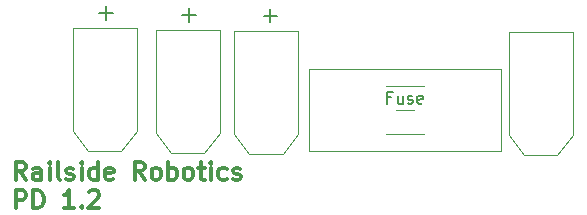
<source format=gbr>
%TF.GenerationSoftware,KiCad,Pcbnew,8.0.5*%
%TF.CreationDate,2024-12-04T12:21:55-05:00*%
%TF.ProjectId,RailsidePDB,5261696c-7369-4646-9550-44422e6b6963,rev?*%
%TF.SameCoordinates,Original*%
%TF.FileFunction,Legend,Top*%
%TF.FilePolarity,Positive*%
%FSLAX46Y46*%
G04 Gerber Fmt 4.6, Leading zero omitted, Abs format (unit mm)*
G04 Created by KiCad (PCBNEW 8.0.5) date 2024-12-04 12:21:55*
%MOMM*%
%LPD*%
G01*
G04 APERTURE LIST*
%ADD10C,0.300000*%
%ADD11C,0.150000*%
%ADD12C,0.120000*%
G04 APERTURE END LIST*
D10*
X64911653Y-80885912D02*
X64411653Y-80171626D01*
X64054510Y-80885912D02*
X64054510Y-79385912D01*
X64054510Y-79385912D02*
X64625939Y-79385912D01*
X64625939Y-79385912D02*
X64768796Y-79457341D01*
X64768796Y-79457341D02*
X64840225Y-79528769D01*
X64840225Y-79528769D02*
X64911653Y-79671626D01*
X64911653Y-79671626D02*
X64911653Y-79885912D01*
X64911653Y-79885912D02*
X64840225Y-80028769D01*
X64840225Y-80028769D02*
X64768796Y-80100198D01*
X64768796Y-80100198D02*
X64625939Y-80171626D01*
X64625939Y-80171626D02*
X64054510Y-80171626D01*
X66197368Y-80885912D02*
X66197368Y-80100198D01*
X66197368Y-80100198D02*
X66125939Y-79957341D01*
X66125939Y-79957341D02*
X65983082Y-79885912D01*
X65983082Y-79885912D02*
X65697368Y-79885912D01*
X65697368Y-79885912D02*
X65554510Y-79957341D01*
X66197368Y-80814484D02*
X66054510Y-80885912D01*
X66054510Y-80885912D02*
X65697368Y-80885912D01*
X65697368Y-80885912D02*
X65554510Y-80814484D01*
X65554510Y-80814484D02*
X65483082Y-80671626D01*
X65483082Y-80671626D02*
X65483082Y-80528769D01*
X65483082Y-80528769D02*
X65554510Y-80385912D01*
X65554510Y-80385912D02*
X65697368Y-80314484D01*
X65697368Y-80314484D02*
X66054510Y-80314484D01*
X66054510Y-80314484D02*
X66197368Y-80243055D01*
X66911653Y-80885912D02*
X66911653Y-79885912D01*
X66911653Y-79385912D02*
X66840225Y-79457341D01*
X66840225Y-79457341D02*
X66911653Y-79528769D01*
X66911653Y-79528769D02*
X66983082Y-79457341D01*
X66983082Y-79457341D02*
X66911653Y-79385912D01*
X66911653Y-79385912D02*
X66911653Y-79528769D01*
X67840225Y-80885912D02*
X67697368Y-80814484D01*
X67697368Y-80814484D02*
X67625939Y-80671626D01*
X67625939Y-80671626D02*
X67625939Y-79385912D01*
X68340225Y-80814484D02*
X68483082Y-80885912D01*
X68483082Y-80885912D02*
X68768796Y-80885912D01*
X68768796Y-80885912D02*
X68911653Y-80814484D01*
X68911653Y-80814484D02*
X68983082Y-80671626D01*
X68983082Y-80671626D02*
X68983082Y-80600198D01*
X68983082Y-80600198D02*
X68911653Y-80457341D01*
X68911653Y-80457341D02*
X68768796Y-80385912D01*
X68768796Y-80385912D02*
X68554511Y-80385912D01*
X68554511Y-80385912D02*
X68411653Y-80314484D01*
X68411653Y-80314484D02*
X68340225Y-80171626D01*
X68340225Y-80171626D02*
X68340225Y-80100198D01*
X68340225Y-80100198D02*
X68411653Y-79957341D01*
X68411653Y-79957341D02*
X68554511Y-79885912D01*
X68554511Y-79885912D02*
X68768796Y-79885912D01*
X68768796Y-79885912D02*
X68911653Y-79957341D01*
X69625939Y-80885912D02*
X69625939Y-79885912D01*
X69625939Y-79385912D02*
X69554511Y-79457341D01*
X69554511Y-79457341D02*
X69625939Y-79528769D01*
X69625939Y-79528769D02*
X69697368Y-79457341D01*
X69697368Y-79457341D02*
X69625939Y-79385912D01*
X69625939Y-79385912D02*
X69625939Y-79528769D01*
X70983083Y-80885912D02*
X70983083Y-79385912D01*
X70983083Y-80814484D02*
X70840225Y-80885912D01*
X70840225Y-80885912D02*
X70554511Y-80885912D01*
X70554511Y-80885912D02*
X70411654Y-80814484D01*
X70411654Y-80814484D02*
X70340225Y-80743055D01*
X70340225Y-80743055D02*
X70268797Y-80600198D01*
X70268797Y-80600198D02*
X70268797Y-80171626D01*
X70268797Y-80171626D02*
X70340225Y-80028769D01*
X70340225Y-80028769D02*
X70411654Y-79957341D01*
X70411654Y-79957341D02*
X70554511Y-79885912D01*
X70554511Y-79885912D02*
X70840225Y-79885912D01*
X70840225Y-79885912D02*
X70983083Y-79957341D01*
X72268797Y-80814484D02*
X72125940Y-80885912D01*
X72125940Y-80885912D02*
X71840226Y-80885912D01*
X71840226Y-80885912D02*
X71697368Y-80814484D01*
X71697368Y-80814484D02*
X71625940Y-80671626D01*
X71625940Y-80671626D02*
X71625940Y-80100198D01*
X71625940Y-80100198D02*
X71697368Y-79957341D01*
X71697368Y-79957341D02*
X71840226Y-79885912D01*
X71840226Y-79885912D02*
X72125940Y-79885912D01*
X72125940Y-79885912D02*
X72268797Y-79957341D01*
X72268797Y-79957341D02*
X72340226Y-80100198D01*
X72340226Y-80100198D02*
X72340226Y-80243055D01*
X72340226Y-80243055D02*
X71625940Y-80385912D01*
X74983082Y-80885912D02*
X74483082Y-80171626D01*
X74125939Y-80885912D02*
X74125939Y-79385912D01*
X74125939Y-79385912D02*
X74697368Y-79385912D01*
X74697368Y-79385912D02*
X74840225Y-79457341D01*
X74840225Y-79457341D02*
X74911654Y-79528769D01*
X74911654Y-79528769D02*
X74983082Y-79671626D01*
X74983082Y-79671626D02*
X74983082Y-79885912D01*
X74983082Y-79885912D02*
X74911654Y-80028769D01*
X74911654Y-80028769D02*
X74840225Y-80100198D01*
X74840225Y-80100198D02*
X74697368Y-80171626D01*
X74697368Y-80171626D02*
X74125939Y-80171626D01*
X75840225Y-80885912D02*
X75697368Y-80814484D01*
X75697368Y-80814484D02*
X75625939Y-80743055D01*
X75625939Y-80743055D02*
X75554511Y-80600198D01*
X75554511Y-80600198D02*
X75554511Y-80171626D01*
X75554511Y-80171626D02*
X75625939Y-80028769D01*
X75625939Y-80028769D02*
X75697368Y-79957341D01*
X75697368Y-79957341D02*
X75840225Y-79885912D01*
X75840225Y-79885912D02*
X76054511Y-79885912D01*
X76054511Y-79885912D02*
X76197368Y-79957341D01*
X76197368Y-79957341D02*
X76268797Y-80028769D01*
X76268797Y-80028769D02*
X76340225Y-80171626D01*
X76340225Y-80171626D02*
X76340225Y-80600198D01*
X76340225Y-80600198D02*
X76268797Y-80743055D01*
X76268797Y-80743055D02*
X76197368Y-80814484D01*
X76197368Y-80814484D02*
X76054511Y-80885912D01*
X76054511Y-80885912D02*
X75840225Y-80885912D01*
X76983082Y-80885912D02*
X76983082Y-79385912D01*
X76983082Y-79957341D02*
X77125940Y-79885912D01*
X77125940Y-79885912D02*
X77411654Y-79885912D01*
X77411654Y-79885912D02*
X77554511Y-79957341D01*
X77554511Y-79957341D02*
X77625940Y-80028769D01*
X77625940Y-80028769D02*
X77697368Y-80171626D01*
X77697368Y-80171626D02*
X77697368Y-80600198D01*
X77697368Y-80600198D02*
X77625940Y-80743055D01*
X77625940Y-80743055D02*
X77554511Y-80814484D01*
X77554511Y-80814484D02*
X77411654Y-80885912D01*
X77411654Y-80885912D02*
X77125940Y-80885912D01*
X77125940Y-80885912D02*
X76983082Y-80814484D01*
X78554511Y-80885912D02*
X78411654Y-80814484D01*
X78411654Y-80814484D02*
X78340225Y-80743055D01*
X78340225Y-80743055D02*
X78268797Y-80600198D01*
X78268797Y-80600198D02*
X78268797Y-80171626D01*
X78268797Y-80171626D02*
X78340225Y-80028769D01*
X78340225Y-80028769D02*
X78411654Y-79957341D01*
X78411654Y-79957341D02*
X78554511Y-79885912D01*
X78554511Y-79885912D02*
X78768797Y-79885912D01*
X78768797Y-79885912D02*
X78911654Y-79957341D01*
X78911654Y-79957341D02*
X78983083Y-80028769D01*
X78983083Y-80028769D02*
X79054511Y-80171626D01*
X79054511Y-80171626D02*
X79054511Y-80600198D01*
X79054511Y-80600198D02*
X78983083Y-80743055D01*
X78983083Y-80743055D02*
X78911654Y-80814484D01*
X78911654Y-80814484D02*
X78768797Y-80885912D01*
X78768797Y-80885912D02*
X78554511Y-80885912D01*
X79483083Y-79885912D02*
X80054511Y-79885912D01*
X79697368Y-79385912D02*
X79697368Y-80671626D01*
X79697368Y-80671626D02*
X79768797Y-80814484D01*
X79768797Y-80814484D02*
X79911654Y-80885912D01*
X79911654Y-80885912D02*
X80054511Y-80885912D01*
X80554511Y-80885912D02*
X80554511Y-79885912D01*
X80554511Y-79385912D02*
X80483083Y-79457341D01*
X80483083Y-79457341D02*
X80554511Y-79528769D01*
X80554511Y-79528769D02*
X80625940Y-79457341D01*
X80625940Y-79457341D02*
X80554511Y-79385912D01*
X80554511Y-79385912D02*
X80554511Y-79528769D01*
X81911655Y-80814484D02*
X81768797Y-80885912D01*
X81768797Y-80885912D02*
X81483083Y-80885912D01*
X81483083Y-80885912D02*
X81340226Y-80814484D01*
X81340226Y-80814484D02*
X81268797Y-80743055D01*
X81268797Y-80743055D02*
X81197369Y-80600198D01*
X81197369Y-80600198D02*
X81197369Y-80171626D01*
X81197369Y-80171626D02*
X81268797Y-80028769D01*
X81268797Y-80028769D02*
X81340226Y-79957341D01*
X81340226Y-79957341D02*
X81483083Y-79885912D01*
X81483083Y-79885912D02*
X81768797Y-79885912D01*
X81768797Y-79885912D02*
X81911655Y-79957341D01*
X82483083Y-80814484D02*
X82625940Y-80885912D01*
X82625940Y-80885912D02*
X82911654Y-80885912D01*
X82911654Y-80885912D02*
X83054511Y-80814484D01*
X83054511Y-80814484D02*
X83125940Y-80671626D01*
X83125940Y-80671626D02*
X83125940Y-80600198D01*
X83125940Y-80600198D02*
X83054511Y-80457341D01*
X83054511Y-80457341D02*
X82911654Y-80385912D01*
X82911654Y-80385912D02*
X82697369Y-80385912D01*
X82697369Y-80385912D02*
X82554511Y-80314484D01*
X82554511Y-80314484D02*
X82483083Y-80171626D01*
X82483083Y-80171626D02*
X82483083Y-80100198D01*
X82483083Y-80100198D02*
X82554511Y-79957341D01*
X82554511Y-79957341D02*
X82697369Y-79885912D01*
X82697369Y-79885912D02*
X82911654Y-79885912D01*
X82911654Y-79885912D02*
X83054511Y-79957341D01*
X64054510Y-83300828D02*
X64054510Y-81800828D01*
X64054510Y-81800828D02*
X64625939Y-81800828D01*
X64625939Y-81800828D02*
X64768796Y-81872257D01*
X64768796Y-81872257D02*
X64840225Y-81943685D01*
X64840225Y-81943685D02*
X64911653Y-82086542D01*
X64911653Y-82086542D02*
X64911653Y-82300828D01*
X64911653Y-82300828D02*
X64840225Y-82443685D01*
X64840225Y-82443685D02*
X64768796Y-82515114D01*
X64768796Y-82515114D02*
X64625939Y-82586542D01*
X64625939Y-82586542D02*
X64054510Y-82586542D01*
X65554510Y-83300828D02*
X65554510Y-81800828D01*
X65554510Y-81800828D02*
X65911653Y-81800828D01*
X65911653Y-81800828D02*
X66125939Y-81872257D01*
X66125939Y-81872257D02*
X66268796Y-82015114D01*
X66268796Y-82015114D02*
X66340225Y-82157971D01*
X66340225Y-82157971D02*
X66411653Y-82443685D01*
X66411653Y-82443685D02*
X66411653Y-82657971D01*
X66411653Y-82657971D02*
X66340225Y-82943685D01*
X66340225Y-82943685D02*
X66268796Y-83086542D01*
X66268796Y-83086542D02*
X66125939Y-83229400D01*
X66125939Y-83229400D02*
X65911653Y-83300828D01*
X65911653Y-83300828D02*
X65554510Y-83300828D01*
X68983082Y-83300828D02*
X68125939Y-83300828D01*
X68554510Y-83300828D02*
X68554510Y-81800828D01*
X68554510Y-81800828D02*
X68411653Y-82015114D01*
X68411653Y-82015114D02*
X68268796Y-82157971D01*
X68268796Y-82157971D02*
X68125939Y-82229400D01*
X69625938Y-83157971D02*
X69697367Y-83229400D01*
X69697367Y-83229400D02*
X69625938Y-83300828D01*
X69625938Y-83300828D02*
X69554510Y-83229400D01*
X69554510Y-83229400D02*
X69625938Y-83157971D01*
X69625938Y-83157971D02*
X69625938Y-83300828D01*
X70268796Y-81943685D02*
X70340224Y-81872257D01*
X70340224Y-81872257D02*
X70483082Y-81800828D01*
X70483082Y-81800828D02*
X70840224Y-81800828D01*
X70840224Y-81800828D02*
X70983082Y-81872257D01*
X70983082Y-81872257D02*
X71054510Y-81943685D01*
X71054510Y-81943685D02*
X71125939Y-82086542D01*
X71125939Y-82086542D02*
X71125939Y-82229400D01*
X71125939Y-82229400D02*
X71054510Y-82443685D01*
X71054510Y-82443685D02*
X70197367Y-83300828D01*
X70197367Y-83300828D02*
X71125939Y-83300828D01*
D11*
X78714700Y-67521428D02*
X78714700Y-66378571D01*
X79286128Y-66949999D02*
X78143271Y-66949999D01*
X71689700Y-67346428D02*
X71689700Y-66203571D01*
X72261128Y-66774999D02*
X71118271Y-66774999D01*
X95857142Y-73931009D02*
X95523809Y-73931009D01*
X95523809Y-74454819D02*
X95523809Y-73454819D01*
X95523809Y-73454819D02*
X95999999Y-73454819D01*
X96809523Y-73788152D02*
X96809523Y-74454819D01*
X96380952Y-73788152D02*
X96380952Y-74311961D01*
X96380952Y-74311961D02*
X96428571Y-74407200D01*
X96428571Y-74407200D02*
X96523809Y-74454819D01*
X96523809Y-74454819D02*
X96666666Y-74454819D01*
X96666666Y-74454819D02*
X96761904Y-74407200D01*
X96761904Y-74407200D02*
X96809523Y-74359580D01*
X97238095Y-74407200D02*
X97333333Y-74454819D01*
X97333333Y-74454819D02*
X97523809Y-74454819D01*
X97523809Y-74454819D02*
X97619047Y-74407200D01*
X97619047Y-74407200D02*
X97666666Y-74311961D01*
X97666666Y-74311961D02*
X97666666Y-74264342D01*
X97666666Y-74264342D02*
X97619047Y-74169104D01*
X97619047Y-74169104D02*
X97523809Y-74121485D01*
X97523809Y-74121485D02*
X97380952Y-74121485D01*
X97380952Y-74121485D02*
X97285714Y-74073866D01*
X97285714Y-74073866D02*
X97238095Y-73978628D01*
X97238095Y-73978628D02*
X97238095Y-73931009D01*
X97238095Y-73931009D02*
X97285714Y-73835771D01*
X97285714Y-73835771D02*
X97380952Y-73788152D01*
X97380952Y-73788152D02*
X97523809Y-73788152D01*
X97523809Y-73788152D02*
X97619047Y-73835771D01*
X98476190Y-74407200D02*
X98380952Y-74454819D01*
X98380952Y-74454819D02*
X98190476Y-74454819D01*
X98190476Y-74454819D02*
X98095238Y-74407200D01*
X98095238Y-74407200D02*
X98047619Y-74311961D01*
X98047619Y-74311961D02*
X98047619Y-73931009D01*
X98047619Y-73931009D02*
X98095238Y-73835771D01*
X98095238Y-73835771D02*
X98190476Y-73788152D01*
X98190476Y-73788152D02*
X98380952Y-73788152D01*
X98380952Y-73788152D02*
X98476190Y-73835771D01*
X98476190Y-73835771D02*
X98523809Y-73931009D01*
X98523809Y-73931009D02*
X98523809Y-74026247D01*
X98523809Y-74026247D02*
X98047619Y-74121485D01*
X85614700Y-67571428D02*
X85614700Y-66428571D01*
X86186128Y-66999999D02*
X85043271Y-66999999D01*
D12*
%TO.C,BT2*%
X75890000Y-68240000D02*
X81310000Y-68240000D01*
X75890000Y-76960000D02*
X75890000Y-68240000D01*
X77190000Y-78660000D02*
X75890000Y-76960000D01*
X77190000Y-78660000D02*
X80010000Y-78660000D01*
X80010000Y-78660000D02*
X81310000Y-76960000D01*
X81310000Y-76960000D02*
X81310000Y-68240000D01*
%TO.C,BT3*%
X68865000Y-68065000D02*
X74285000Y-68065000D01*
X68865000Y-76785000D02*
X68865000Y-68065000D01*
X70165000Y-78485000D02*
X68865000Y-76785000D01*
X70165000Y-78485000D02*
X72985000Y-78485000D01*
X72985000Y-78485000D02*
X74285000Y-76785000D01*
X74285000Y-76785000D02*
X74285000Y-68065000D01*
%TO.C,BT4*%
X105790000Y-68400000D02*
X111210000Y-68400000D01*
X105790000Y-77120000D02*
X105790000Y-68400000D01*
X107090000Y-78820000D02*
X105790000Y-77120000D01*
X107090000Y-78820000D02*
X109910000Y-78820000D01*
X109910000Y-78820000D02*
X111210000Y-77120000D01*
X111210000Y-77120000D02*
X111210000Y-68400000D01*
%TO.C,Fuse*%
X88900000Y-71530000D02*
X88900000Y-78470000D01*
X88900000Y-78470000D02*
X105100000Y-78470000D01*
X95400000Y-73000000D02*
X98600000Y-73000000D01*
X96250000Y-75000000D02*
X97750000Y-75000000D01*
X98600000Y-77000000D02*
X95400000Y-77000000D01*
X105100000Y-71530000D02*
X88900000Y-71530000D01*
X105100000Y-78470000D02*
X105100000Y-71530000D01*
%TO.C,BT1*%
X82540000Y-68290000D02*
X87960000Y-68290000D01*
X82540000Y-77010000D02*
X82540000Y-68290000D01*
X83840000Y-78710000D02*
X82540000Y-77010000D01*
X83840000Y-78710000D02*
X86660000Y-78710000D01*
X86660000Y-78710000D02*
X87960000Y-77010000D01*
X87960000Y-77010000D02*
X87960000Y-68290000D01*
%TD*%
M02*

</source>
